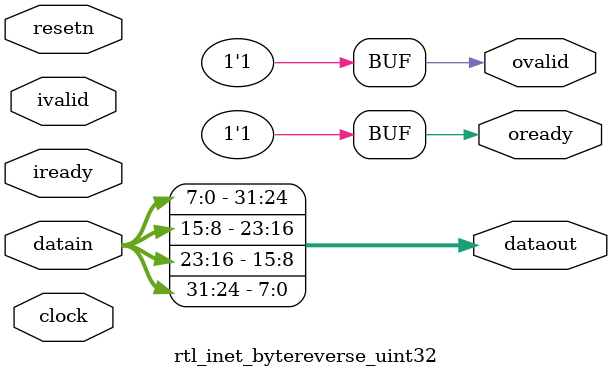
<source format=v>

`timescale 1 ps / 1 ps


module rtl_inet_bytereverse_uint16 (
  input   clock,
  input   resetn,
  input   ivalid, 
  input   iready,
  output  ovalid,
  output  oready,
  input   [15:0]  datain,
  output  [15:0]  dataout);

  // handshake outputs are tied high
  assign  ovalid = 1'b1;
  assign  oready = 1'b1;
  // clk, ivalid, iready, resetn are ignored
  assign dataout = {datain[7:0], datain[15:8]};
endmodule

module rtl_inet_bytereverse_uint32 (
  input   clock,
  input   resetn,
  input   ivalid, 
  input   iready,
  output  ovalid,
  output  oready,
  input   [31:0]  datain,
  output  [31:0]  dataout);

  // handshake outputs are tied high
  assign  ovalid = 1'b1;
  assign  oready = 1'b1;
  // clk, ivalid, iready, resetn are ignored
  assign dataout = {datain[7:0], datain[15:8], datain[23:16], datain[31:24]};

endmodule



</source>
